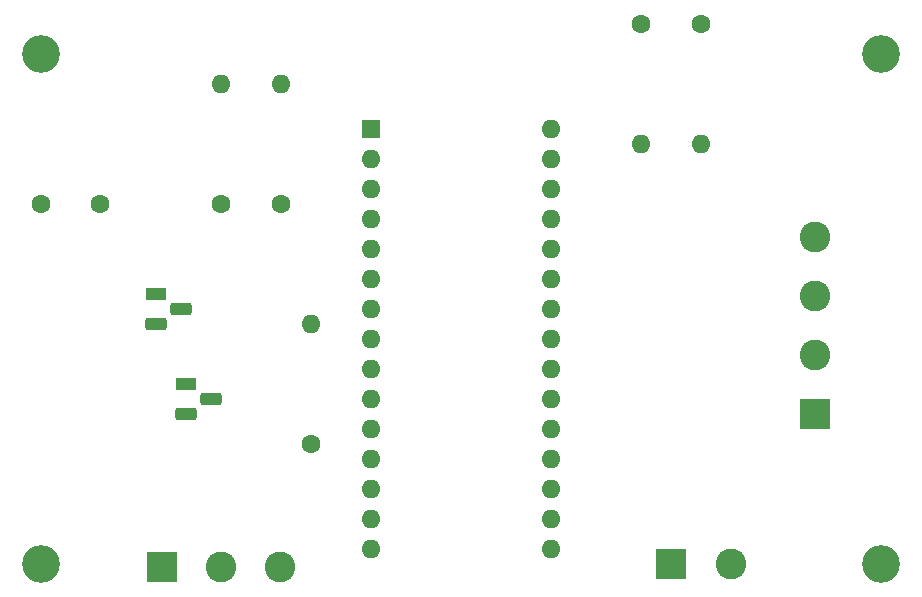
<source format=gbr>
%TF.GenerationSoftware,KiCad,Pcbnew,(6.0.5)*%
%TF.CreationDate,2022-07-13T22:10:15+01:00*%
%TF.ProjectId,WheelchairPCBKiCad,57686565-6c63-4686-9169-725043424b69,rev?*%
%TF.SameCoordinates,Original*%
%TF.FileFunction,Soldermask,Bot*%
%TF.FilePolarity,Negative*%
%FSLAX46Y46*%
G04 Gerber Fmt 4.6, Leading zero omitted, Abs format (unit mm)*
G04 Created by KiCad (PCBNEW (6.0.5)) date 2022-07-13 22:10:15*
%MOMM*%
%LPD*%
G01*
G04 APERTURE LIST*
G04 Aperture macros list*
%AMRoundRect*
0 Rectangle with rounded corners*
0 $1 Rounding radius*
0 $2 $3 $4 $5 $6 $7 $8 $9 X,Y pos of 4 corners*
0 Add a 4 corners polygon primitive as box body*
4,1,4,$2,$3,$4,$5,$6,$7,$8,$9,$2,$3,0*
0 Add four circle primitives for the rounded corners*
1,1,$1+$1,$2,$3*
1,1,$1+$1,$4,$5*
1,1,$1+$1,$6,$7*
1,1,$1+$1,$8,$9*
0 Add four rect primitives between the rounded corners*
20,1,$1+$1,$2,$3,$4,$5,0*
20,1,$1+$1,$4,$5,$6,$7,0*
20,1,$1+$1,$6,$7,$8,$9,0*
20,1,$1+$1,$8,$9,$2,$3,0*%
G04 Aperture macros list end*
%ADD10C,3.200000*%
%ADD11C,1.600000*%
%ADD12R,1.600000X1.600000*%
%ADD13O,1.600000X1.600000*%
%ADD14R,1.800000X1.100000*%
%ADD15RoundRect,0.275000X-0.625000X0.275000X-0.625000X-0.275000X0.625000X-0.275000X0.625000X0.275000X0*%
%ADD16R,2.600000X2.600000*%
%ADD17C,2.600000*%
G04 APERTURE END LIST*
D10*
%TO.C,REF\u002A\u002A*%
X137160000Y-73660000D03*
%TD*%
%TO.C,REF\u002A\u002A*%
X66040000Y-73660000D03*
%TD*%
%TO.C,REF\u002A\u002A*%
X66040000Y-116840000D03*
%TD*%
%TO.C,REF\u002A\u002A*%
X137160000Y-116840000D03*
%TD*%
D11*
%TO.C,C1*%
X66040000Y-86360000D03*
X71040000Y-86360000D03*
%TD*%
D12*
%TO.C,A1*%
X93990000Y-80010000D03*
D13*
X93990000Y-82550000D03*
X93990000Y-85090000D03*
X93990000Y-87630000D03*
X93990000Y-90170000D03*
X93990000Y-92710000D03*
X93990000Y-95250000D03*
X93990000Y-97790000D03*
X93990000Y-100330000D03*
X93990000Y-102870000D03*
X93990000Y-105410000D03*
X93990000Y-107950000D03*
X93990000Y-110490000D03*
X93990000Y-113030000D03*
X93990000Y-115570000D03*
X109230000Y-115570000D03*
X109230000Y-113030000D03*
X109230000Y-110490000D03*
X109230000Y-107950000D03*
X109230000Y-105410000D03*
X109230000Y-102870000D03*
X109230000Y-100330000D03*
X109230000Y-97790000D03*
X109230000Y-95250000D03*
X109230000Y-92710000D03*
X109230000Y-90170000D03*
X109230000Y-87630000D03*
X109230000Y-85090000D03*
X109230000Y-82550000D03*
X109230000Y-80010000D03*
%TD*%
D14*
%TO.C,Q2*%
X75800000Y-93980000D03*
D15*
X77870000Y-95250000D03*
X75800000Y-96520000D03*
%TD*%
D14*
%TO.C,Q1*%
X78340000Y-101600000D03*
D15*
X80410000Y-102870000D03*
X78340000Y-104140000D03*
%TD*%
D11*
%TO.C,R5*%
X121920000Y-71120000D03*
D13*
X121920000Y-81280000D03*
%TD*%
D11*
%TO.C,R4*%
X116840000Y-71120000D03*
D13*
X116840000Y-81280000D03*
%TD*%
D11*
%TO.C,R3*%
X86360000Y-86360000D03*
D13*
X86360000Y-76200000D03*
%TD*%
D11*
%TO.C,R2*%
X81280000Y-86360000D03*
D13*
X81280000Y-76200000D03*
%TD*%
D11*
%TO.C,R1*%
X88900000Y-106680000D03*
D13*
X88900000Y-96520000D03*
%TD*%
D16*
%TO.C,J2*%
X76280000Y-117145000D03*
D17*
X81280000Y-117145000D03*
X86280000Y-117145000D03*
%TD*%
D16*
%TO.C,J1*%
X119380000Y-116840000D03*
D17*
X124460000Y-116840000D03*
%TD*%
%TO.C,J3*%
X131580000Y-89140000D03*
X131580000Y-94140000D03*
X131580000Y-99140000D03*
D16*
X131580000Y-104140000D03*
%TD*%
M02*

</source>
